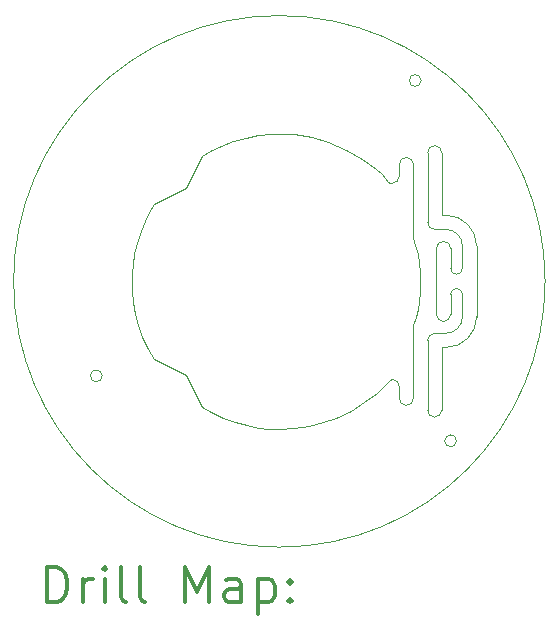
<source format=gbr>
%FSLAX45Y45*%
G04 Gerber Fmt 4.5, Leading zero omitted, Abs format (unit mm)*
G04 Created by KiCad (PCBNEW (2016-05-05 BZR 6775)-product) date 2016 June 06, Monday 00:03:01*
%MOMM*%
%LPD*%
G01*
G04 APERTURE LIST*
%ADD10C,0.127000*%
%ADD11C,0.050000*%
%ADD12C,0.200000*%
%ADD13C,0.300000*%
G04 APERTURE END LIST*
D10*
D11*
X8585000Y-7185000D02*
X8540000Y-7225000D01*
X8645000Y-7125000D02*
X8585000Y-7185000D01*
X8660000Y-7110000D02*
X8645000Y-7125000D01*
X8860000Y-7165000D02*
X8860000Y-7265000D01*
X8740000Y-7165000D02*
X8740000Y-7265000D01*
X8740000Y-5285000D02*
X8740000Y-5385000D01*
X8860000Y-5285000D02*
X8860000Y-5385000D01*
X6935000Y-7065000D02*
X7070000Y-7340000D01*
X6660000Y-6930000D02*
X6935000Y-7065000D01*
X6935000Y-5485000D02*
X7070000Y-5210000D01*
X6660000Y-5620000D02*
X6935000Y-5485000D01*
X8860000Y-5905000D02*
X8860000Y-5875000D01*
X8877500Y-5967500D02*
X8860000Y-5905000D01*
X8895000Y-6042500D02*
X8877500Y-5967500D01*
X8907500Y-6117500D02*
X8895000Y-6042500D01*
X8915000Y-6197500D02*
X8907500Y-6117500D01*
X8917500Y-6275000D02*
X8915000Y-6197500D01*
X8915000Y-6365000D02*
X8917500Y-6275000D01*
X8905000Y-6450000D02*
X8915000Y-6365000D01*
X8895000Y-6510000D02*
X8905000Y-6450000D01*
X8880000Y-6575000D02*
X8895000Y-6510000D01*
X8860000Y-6645000D02*
X8880000Y-6575000D01*
X8860000Y-6675000D02*
X8860000Y-6645000D01*
X8925000Y-4575000D02*
G75*
G03X8925000Y-4575000I-50000J0D01*
G01*
X9225000Y-7625000D02*
G75*
G03X9225000Y-7625000I-50000J0D01*
G01*
X6225000Y-7075000D02*
G75*
G03X6225000Y-7075000I-50000J0D01*
G01*
X9100000Y-6835000D02*
X9100000Y-7365000D01*
X8980000Y-7365000D02*
X8980000Y-6775000D01*
X9100000Y-5715000D02*
X9100000Y-5185000D01*
X8980000Y-5185000D02*
X8980000Y-5775000D01*
X8590000Y-5370000D02*
X8540000Y-5325000D01*
X8645000Y-5430000D02*
X8590000Y-5370000D01*
X8660000Y-5440000D02*
X8645000Y-5430000D01*
X8675000Y-5445000D02*
X8660000Y-5440000D01*
X8680000Y-5445000D02*
X8675000Y-5445000D01*
X8675000Y-7105000D02*
X8660000Y-7110000D01*
X8680000Y-7105000D02*
X8675000Y-7105000D01*
X8740000Y-7165000D02*
G75*
G03X8680000Y-7105000I-60000J0D01*
G01*
X8740000Y-7265000D02*
G75*
G03X8800000Y-7325000I60000J0D01*
G01*
X8680000Y-5445000D02*
G75*
G03X8740000Y-5385000I0J60000D01*
G01*
X8800000Y-5225000D02*
G75*
G03X8740000Y-5285000I0J-60000D01*
G01*
X8525000Y-7235000D02*
X8540000Y-7225000D01*
X8860000Y-6675000D02*
X8860000Y-7165000D01*
X8860000Y-5385000D02*
X8860000Y-5875000D01*
X8860000Y-5285000D02*
G75*
G03X8800000Y-5225000I-60000J0D01*
G01*
X8800000Y-7325000D02*
G75*
G03X8860000Y-7265000I0J60000D01*
G01*
X9175000Y-6385000D02*
X9175000Y-6555000D01*
X9275000Y-6575000D02*
X9275000Y-6385000D01*
X9275000Y-5975000D02*
X9275000Y-6165000D01*
X9175000Y-6165000D02*
X9175000Y-5995000D01*
X9275000Y-6385000D02*
G75*
G03X9225000Y-6335000I-50000J0D01*
G01*
X9225000Y-6335000D02*
G75*
G03X9175000Y-6385000I0J-50000D01*
G01*
X9225000Y-6215000D02*
G75*
G03X9275000Y-6165000I0J50000D01*
G01*
X9175000Y-6165000D02*
G75*
G03X9225000Y-6215000I50000J0D01*
G01*
X9055000Y-5995000D02*
X9055000Y-6555000D01*
X9100000Y-6835000D02*
X9135000Y-6835000D01*
X9040000Y-6715000D02*
X9135000Y-6715000D01*
X9040000Y-5835000D02*
X9135000Y-5835000D01*
X9100000Y-5715000D02*
X9135000Y-5715000D01*
X9395000Y-5975000D02*
X9395000Y-6575000D01*
X9395000Y-5975000D02*
G75*
G03X9135000Y-5715000I-260000J0D01*
G01*
X9135000Y-6835000D02*
G75*
G03X9395000Y-6575000I0J260000D01*
G01*
X9135000Y-6715000D02*
G75*
G03X9275000Y-6575000I0J140000D01*
G01*
X9275000Y-5975000D02*
G75*
G03X9135000Y-5835000I-140000J0D01*
G01*
X9040000Y-7425000D02*
G75*
G03X9100000Y-7365000I0J60000D01*
G01*
X8980000Y-7365000D02*
G75*
G03X9040000Y-7425000I60000J0D01*
G01*
X9040000Y-6715000D02*
G75*
G03X8980000Y-6775000I0J-60000D01*
G01*
X9100000Y-5185000D02*
G75*
G03X9040000Y-5125000I-60000J0D01*
G01*
X9040000Y-5125000D02*
G75*
G03X8980000Y-5185000I0J-60000D01*
G01*
X8980000Y-5775000D02*
G75*
G03X9040000Y-5835000I60000J0D01*
G01*
X9115000Y-6615000D02*
G75*
G03X9175000Y-6555000I0J60000D01*
G01*
X9055000Y-6555000D02*
G75*
G03X9115000Y-6615000I60000J0D01*
G01*
X9175000Y-5995000D02*
G75*
G03X9115000Y-5935000I-60000J0D01*
G01*
X9115000Y-5935000D02*
G75*
G03X9055000Y-5995000I0J-60000D01*
G01*
X6477500Y-6195000D02*
X6475000Y-6275000D01*
X6482500Y-6137500D02*
X6477500Y-6195000D01*
X6497500Y-6037500D02*
X6482500Y-6137500D01*
X6525000Y-5925000D02*
X6497500Y-6037500D01*
X6550000Y-5847500D02*
X6525000Y-5925000D01*
X6585000Y-5760000D02*
X6550000Y-5847500D01*
X6622500Y-5685000D02*
X6585000Y-5760000D01*
X6660000Y-5620000D02*
X6622500Y-5685000D01*
X7140000Y-5170000D02*
X7070000Y-5210000D01*
X7227500Y-5127500D02*
X7140000Y-5170000D01*
X7332500Y-5087500D02*
X7227500Y-5127500D01*
X7440000Y-5057500D02*
X7332500Y-5087500D01*
X7547500Y-5037500D02*
X7440000Y-5057500D01*
X7647500Y-5027500D02*
X7547500Y-5037500D01*
X7725000Y-5025000D02*
X7647500Y-5027500D01*
X6477500Y-6357500D02*
X6475000Y-6275000D01*
X6487500Y-6452500D02*
X6477500Y-6357500D01*
X6505000Y-6547500D02*
X6487500Y-6452500D01*
X6530000Y-6642500D02*
X6505000Y-6547500D01*
X6565000Y-6742500D02*
X6530000Y-6642500D01*
X6612500Y-6845000D02*
X6565000Y-6742500D01*
X6660000Y-6930000D02*
X6612500Y-6845000D01*
X7147500Y-7385000D02*
X7070000Y-7340000D01*
X7247500Y-7430000D02*
X7147500Y-7385000D01*
X7347500Y-7467500D02*
X7247500Y-7430000D01*
X7452500Y-7495000D02*
X7347500Y-7467500D01*
X7547500Y-7512500D02*
X7452500Y-7495000D01*
X7640000Y-7522500D02*
X7547500Y-7512500D01*
X7725000Y-7525000D02*
X7640000Y-7522500D01*
X8440000Y-7300000D02*
X8525000Y-7235000D01*
X8330000Y-7370000D02*
X8440000Y-7300000D01*
X8205000Y-7430000D02*
X8330000Y-7370000D01*
X8095000Y-7470000D02*
X8205000Y-7430000D01*
X7975000Y-7500000D02*
X8095000Y-7470000D01*
X7845000Y-7520000D02*
X7975000Y-7500000D01*
X7725000Y-7525000D02*
X7845000Y-7520000D01*
X8425000Y-5240000D02*
X8540000Y-5325000D01*
X8290000Y-5160000D02*
X8425000Y-5240000D01*
X8140000Y-5095000D02*
X8290000Y-5160000D01*
X8000000Y-5055000D02*
X8140000Y-5095000D01*
X7845000Y-5030000D02*
X8000000Y-5055000D01*
X7725000Y-5025000D02*
X7845000Y-5030000D01*
X9975000Y-6275000D02*
G75*
G03X9975000Y-6275000I-2250000J0D01*
G01*
D12*
D13*
X5758928Y-8993214D02*
X5758928Y-8693214D01*
X5830357Y-8693214D01*
X5873214Y-8707500D01*
X5901786Y-8736072D01*
X5916071Y-8764643D01*
X5930357Y-8821786D01*
X5930357Y-8864643D01*
X5916071Y-8921786D01*
X5901786Y-8950357D01*
X5873214Y-8978929D01*
X5830357Y-8993214D01*
X5758928Y-8993214D01*
X6058928Y-8993214D02*
X6058928Y-8793214D01*
X6058928Y-8850357D02*
X6073214Y-8821786D01*
X6087500Y-8807500D01*
X6116071Y-8793214D01*
X6144643Y-8793214D01*
X6244643Y-8993214D02*
X6244643Y-8793214D01*
X6244643Y-8693214D02*
X6230357Y-8707500D01*
X6244643Y-8721786D01*
X6258928Y-8707500D01*
X6244643Y-8693214D01*
X6244643Y-8721786D01*
X6430357Y-8993214D02*
X6401786Y-8978929D01*
X6387500Y-8950357D01*
X6387500Y-8693214D01*
X6587500Y-8993214D02*
X6558928Y-8978929D01*
X6544643Y-8950357D01*
X6544643Y-8693214D01*
X6930357Y-8993214D02*
X6930357Y-8693214D01*
X7030357Y-8907500D01*
X7130357Y-8693214D01*
X7130357Y-8993214D01*
X7401786Y-8993214D02*
X7401786Y-8836072D01*
X7387500Y-8807500D01*
X7358928Y-8793214D01*
X7301786Y-8793214D01*
X7273214Y-8807500D01*
X7401786Y-8978929D02*
X7373214Y-8993214D01*
X7301786Y-8993214D01*
X7273214Y-8978929D01*
X7258928Y-8950357D01*
X7258928Y-8921786D01*
X7273214Y-8893214D01*
X7301786Y-8878929D01*
X7373214Y-8878929D01*
X7401786Y-8864643D01*
X7544643Y-8793214D02*
X7544643Y-9093214D01*
X7544643Y-8807500D02*
X7573214Y-8793214D01*
X7630357Y-8793214D01*
X7658928Y-8807500D01*
X7673214Y-8821786D01*
X7687500Y-8850357D01*
X7687500Y-8936072D01*
X7673214Y-8964643D01*
X7658928Y-8978929D01*
X7630357Y-8993214D01*
X7573214Y-8993214D01*
X7544643Y-8978929D01*
X7816071Y-8964643D02*
X7830357Y-8978929D01*
X7816071Y-8993214D01*
X7801786Y-8978929D01*
X7816071Y-8964643D01*
X7816071Y-8993214D01*
X7816071Y-8807500D02*
X7830357Y-8821786D01*
X7816071Y-8836072D01*
X7801786Y-8821786D01*
X7816071Y-8807500D01*
X7816071Y-8836072D01*
M02*

</source>
